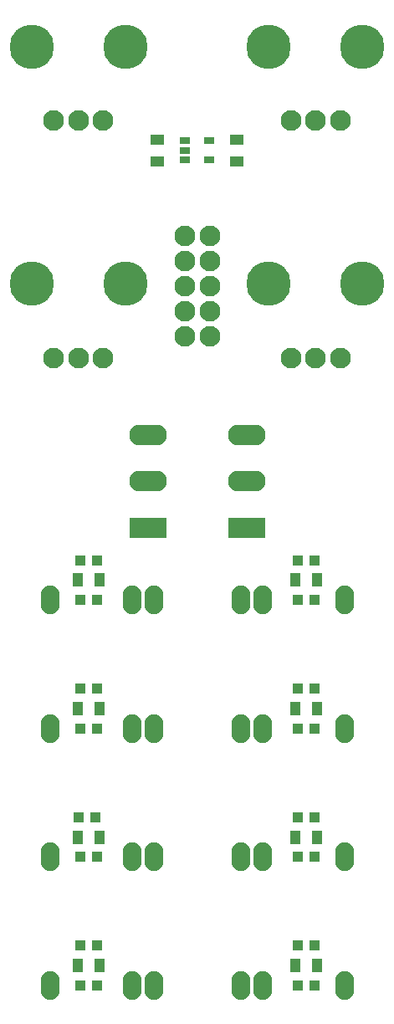
<source format=gbs>
G04 Layer_Color=16711935*
%FSLAX43Y43*%
%MOMM*%
G71*
G01*
G75*
%ADD35C,2.100*%
%ADD36O,1.900X2.900*%
%ADD37C,4.500*%
G04:AMPARAMS|DCode=38|XSize=3.8mm|YSize=2.1mm|CornerRadius=1.05mm|HoleSize=0mm|Usage=FLASHONLY|Rotation=180.000|XOffset=0mm|YOffset=0mm|HoleType=Round|Shape=RoundedRectangle|*
%AMROUNDEDRECTD38*
21,1,3.800,0.000,0,0,180.0*
21,1,1.700,2.100,0,0,180.0*
1,1,2.100,-0.850,0.000*
1,1,2.100,0.850,0.000*
1,1,2.100,0.850,0.000*
1,1,2.100,-0.850,0.000*
%
%ADD38ROUNDEDRECTD38*%
%ADD39R,3.800X2.100*%
%ADD40R,1.100X0.800*%
%ADD41R,1.380X1.080*%
%ADD42R,1.080X1.380*%
%ADD43R,1.000X1.000*%
D35*
X101270Y188830D02*
D03*
X98730D02*
D03*
X101270Y186290D02*
D03*
X98730D02*
D03*
Y183750D02*
D03*
X101270D02*
D03*
Y181210D02*
D03*
X98730D02*
D03*
Y178670D02*
D03*
X101270D02*
D03*
X90500Y200500D02*
D03*
X88000D02*
D03*
X85500D02*
D03*
X114500D02*
D03*
X112000D02*
D03*
X109500D02*
D03*
X90500Y176500D02*
D03*
X88000D02*
D03*
X85500D02*
D03*
X114500D02*
D03*
X112000D02*
D03*
X109500D02*
D03*
D36*
X114900Y152000D02*
D03*
X106600D02*
D03*
X104400D02*
D03*
X114900Y139000D02*
D03*
X106600D02*
D03*
X104400D02*
D03*
X114900Y126000D02*
D03*
X106600D02*
D03*
X104400D02*
D03*
Y113000D02*
D03*
X106600D02*
D03*
X114900D02*
D03*
X85100Y152000D02*
D03*
X93400D02*
D03*
X95600D02*
D03*
X85100Y139000D02*
D03*
X93400D02*
D03*
X95600D02*
D03*
X85100Y126000D02*
D03*
X93400D02*
D03*
X95600D02*
D03*
Y113000D02*
D03*
X93400D02*
D03*
X85100D02*
D03*
D37*
X83250Y208000D02*
D03*
X92750D02*
D03*
X107250D02*
D03*
X116750D02*
D03*
X83250Y184000D02*
D03*
X92750D02*
D03*
X107250D02*
D03*
X116750D02*
D03*
D38*
X105000Y168700D02*
D03*
Y164000D02*
D03*
X95000D02*
D03*
Y168700D02*
D03*
D39*
X105000Y159300D02*
D03*
X95000D02*
D03*
D40*
X101200Y196550D02*
D03*
Y198450D02*
D03*
X98800D02*
D03*
Y197500D02*
D03*
Y196550D02*
D03*
D41*
X104000Y196400D02*
D03*
Y198600D02*
D03*
X96000Y196400D02*
D03*
Y198600D02*
D03*
D42*
X112100Y128000D02*
D03*
X109900D02*
D03*
X87900D02*
D03*
X90100D02*
D03*
X87900Y141000D02*
D03*
X90100D02*
D03*
X87900Y154000D02*
D03*
X90100D02*
D03*
X112100Y141000D02*
D03*
X109900D02*
D03*
X112100Y154000D02*
D03*
X109900D02*
D03*
X87900Y115000D02*
D03*
X90100D02*
D03*
X112100D02*
D03*
X109900D02*
D03*
D43*
X88150Y126000D02*
D03*
X89850D02*
D03*
X88150Y139000D02*
D03*
X89850D02*
D03*
X88150Y152000D02*
D03*
X89850D02*
D03*
X89700Y130000D02*
D03*
X88000D02*
D03*
X89850Y143000D02*
D03*
X88150D02*
D03*
X89850Y156000D02*
D03*
X88150D02*
D03*
X111850Y126000D02*
D03*
X110150D02*
D03*
X111850Y139000D02*
D03*
X110150D02*
D03*
X111850Y152000D02*
D03*
X110150D02*
D03*
X110150Y130000D02*
D03*
X111850D02*
D03*
X110150Y143000D02*
D03*
X111850D02*
D03*
X110150Y156000D02*
D03*
X111850D02*
D03*
X88150Y113000D02*
D03*
X89850D02*
D03*
X89850Y117000D02*
D03*
X88150D02*
D03*
X110150D02*
D03*
X111850D02*
D03*
X111850Y113000D02*
D03*
X110150D02*
D03*
M02*

</source>
